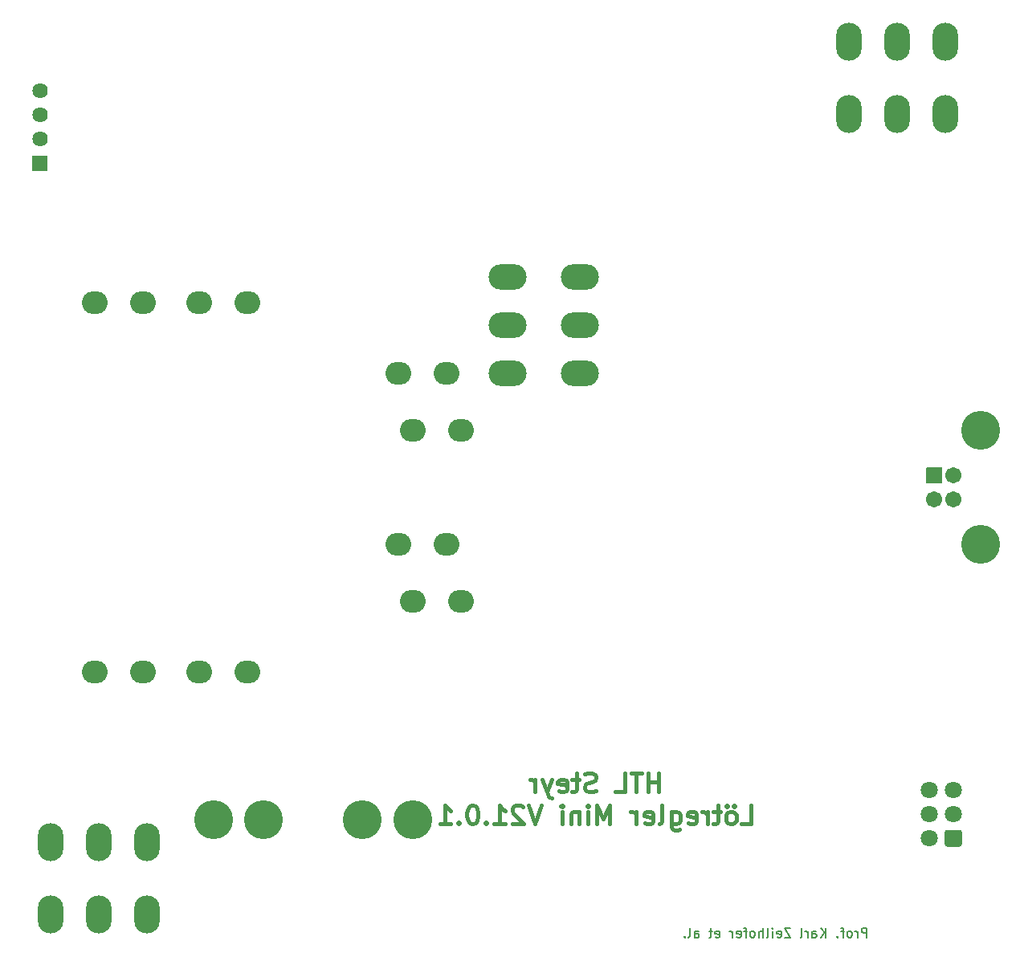
<source format=gbr>
%TF.GenerationSoftware,KiCad,Pcbnew,5.1.10-88a1d61d58~90~ubuntu20.04.1*%
%TF.CreationDate,2021-10-09T22:51:23+02:00*%
%TF.ProjectId,jbc-miniregler,6a62632d-6d69-46e6-9972-65676c65722e,21.0.1*%
%TF.SameCoordinates,PX56c8cc0PY88601c0*%
%TF.FileFunction,Soldermask,Bot*%
%TF.FilePolarity,Negative*%
%FSLAX46Y46*%
G04 Gerber Fmt 4.6, Leading zero omitted, Abs format (unit mm)*
G04 Created by KiCad (PCBNEW 5.1.10-88a1d61d58~90~ubuntu20.04.1) date 2021-10-09 22:51:23*
%MOMM*%
%LPD*%
G01*
G04 APERTURE LIST*
%ADD10C,0.150000*%
%ADD11C,0.400000*%
%ADD12O,2.702000X2.402000*%
%ADD13C,1.626000*%
%ADD14O,2.702000X4.002000*%
%ADD15O,4.002000X2.702000*%
%ADD16C,1.702000*%
%ADD17C,4.102000*%
%ADD18C,1.802000*%
G04 APERTURE END LIST*
D10*
X91895238Y2547620D02*
X91895238Y3547620D01*
X91514285Y3547620D01*
X91419047Y3500000D01*
X91371428Y3452381D01*
X91323809Y3357143D01*
X91323809Y3214286D01*
X91371428Y3119048D01*
X91419047Y3071429D01*
X91514285Y3023810D01*
X91895238Y3023810D01*
X90895238Y2547620D02*
X90895238Y3214286D01*
X90895238Y3023810D02*
X90847619Y3119048D01*
X90800000Y3166667D01*
X90704761Y3214286D01*
X90609523Y3214286D01*
X90133333Y2547620D02*
X90228571Y2595239D01*
X90276190Y2642858D01*
X90323809Y2738096D01*
X90323809Y3023810D01*
X90276190Y3119048D01*
X90228571Y3166667D01*
X90133333Y3214286D01*
X89990476Y3214286D01*
X89895238Y3166667D01*
X89847619Y3119048D01*
X89800000Y3023810D01*
X89800000Y2738096D01*
X89847619Y2642858D01*
X89895238Y2595239D01*
X89990476Y2547620D01*
X90133333Y2547620D01*
X89514285Y3214286D02*
X89133333Y3214286D01*
X89371428Y2547620D02*
X89371428Y3404762D01*
X89323809Y3500000D01*
X89228571Y3547620D01*
X89133333Y3547620D01*
X88800000Y2642858D02*
X88752380Y2595239D01*
X88800000Y2547620D01*
X88847619Y2595239D01*
X88800000Y2642858D01*
X88800000Y2547620D01*
X87561904Y2547620D02*
X87561904Y3547620D01*
X86990476Y2547620D02*
X87419047Y3119048D01*
X86990476Y3547620D02*
X87561904Y2976191D01*
X86133333Y2547620D02*
X86133333Y3071429D01*
X86180952Y3166667D01*
X86276190Y3214286D01*
X86466666Y3214286D01*
X86561904Y3166667D01*
X86133333Y2595239D02*
X86228571Y2547620D01*
X86466666Y2547620D01*
X86561904Y2595239D01*
X86609523Y2690477D01*
X86609523Y2785715D01*
X86561904Y2880953D01*
X86466666Y2928572D01*
X86228571Y2928572D01*
X86133333Y2976191D01*
X85657142Y2547620D02*
X85657142Y3214286D01*
X85657142Y3023810D02*
X85609523Y3119048D01*
X85561904Y3166667D01*
X85466666Y3214286D01*
X85371428Y3214286D01*
X84895238Y2547620D02*
X84990476Y2595239D01*
X85038095Y2690477D01*
X85038095Y3547620D01*
X83847619Y3547620D02*
X83180952Y3547620D01*
X83847619Y2547620D01*
X83180952Y2547620D01*
X82419047Y2595239D02*
X82514285Y2547620D01*
X82704761Y2547620D01*
X82800000Y2595239D01*
X82847619Y2690477D01*
X82847619Y3071429D01*
X82800000Y3166667D01*
X82704761Y3214286D01*
X82514285Y3214286D01*
X82419047Y3166667D01*
X82371428Y3071429D01*
X82371428Y2976191D01*
X82847619Y2880953D01*
X81942857Y2547620D02*
X81942857Y3214286D01*
X81942857Y3547620D02*
X81990476Y3500000D01*
X81942857Y3452381D01*
X81895238Y3500000D01*
X81942857Y3547620D01*
X81942857Y3452381D01*
X81323809Y2547620D02*
X81419047Y2595239D01*
X81466666Y2690477D01*
X81466666Y3547620D01*
X80942857Y2547620D02*
X80942857Y3547620D01*
X80514285Y2547620D02*
X80514285Y3071429D01*
X80561904Y3166667D01*
X80657142Y3214286D01*
X80800000Y3214286D01*
X80895238Y3166667D01*
X80942857Y3119048D01*
X79895238Y2547620D02*
X79990476Y2595239D01*
X80038095Y2642858D01*
X80085714Y2738096D01*
X80085714Y3023810D01*
X80038095Y3119048D01*
X79990476Y3166667D01*
X79895238Y3214286D01*
X79752380Y3214286D01*
X79657142Y3166667D01*
X79609523Y3119048D01*
X79561904Y3023810D01*
X79561904Y2738096D01*
X79609523Y2642858D01*
X79657142Y2595239D01*
X79752380Y2547620D01*
X79895238Y2547620D01*
X79276190Y3214286D02*
X78895238Y3214286D01*
X79133333Y2547620D02*
X79133333Y3404762D01*
X79085714Y3500000D01*
X78990476Y3547620D01*
X78895238Y3547620D01*
X78180952Y2595239D02*
X78276190Y2547620D01*
X78466666Y2547620D01*
X78561904Y2595239D01*
X78609523Y2690477D01*
X78609523Y3071429D01*
X78561904Y3166667D01*
X78466666Y3214286D01*
X78276190Y3214286D01*
X78180952Y3166667D01*
X78133333Y3071429D01*
X78133333Y2976191D01*
X78609523Y2880953D01*
X77704761Y2547620D02*
X77704761Y3214286D01*
X77704761Y3023810D02*
X77657142Y3119048D01*
X77609523Y3166667D01*
X77514285Y3214286D01*
X77419047Y3214286D01*
X75942857Y2595239D02*
X76038095Y2547620D01*
X76228571Y2547620D01*
X76323809Y2595239D01*
X76371428Y2690477D01*
X76371428Y3071429D01*
X76323809Y3166667D01*
X76228571Y3214286D01*
X76038095Y3214286D01*
X75942857Y3166667D01*
X75895238Y3071429D01*
X75895238Y2976191D01*
X76371428Y2880953D01*
X75609523Y3214286D02*
X75228571Y3214286D01*
X75466666Y3547620D02*
X75466666Y2690477D01*
X75419047Y2595239D01*
X75323809Y2547620D01*
X75228571Y2547620D01*
X73704761Y2547620D02*
X73704761Y3071429D01*
X73752380Y3166667D01*
X73847619Y3214286D01*
X74038095Y3214286D01*
X74133333Y3166667D01*
X73704761Y2595239D02*
X73800000Y2547620D01*
X74038095Y2547620D01*
X74133333Y2595239D01*
X74180952Y2690477D01*
X74180952Y2785715D01*
X74133333Y2880953D01*
X74038095Y2928572D01*
X73800000Y2928572D01*
X73704761Y2976191D01*
X73085714Y2547620D02*
X73180952Y2595239D01*
X73228571Y2690477D01*
X73228571Y3547620D01*
X72704761Y2642858D02*
X72657142Y2595239D01*
X72704761Y2547620D01*
X72752380Y2595239D01*
X72704761Y2642858D01*
X72704761Y2547620D01*
D11*
X69966666Y17895239D02*
X69966666Y19895239D01*
X69966666Y18942858D02*
X68823809Y18942858D01*
X68823809Y17895239D02*
X68823809Y19895239D01*
X68157142Y19895239D02*
X67014285Y19895239D01*
X67585714Y17895239D02*
X67585714Y19895239D01*
X65395238Y17895239D02*
X66347619Y17895239D01*
X66347619Y19895239D01*
X63300000Y17990477D02*
X63014285Y17895239D01*
X62538095Y17895239D01*
X62347619Y17990477D01*
X62252380Y18085715D01*
X62157142Y18276191D01*
X62157142Y18466667D01*
X62252380Y18657143D01*
X62347619Y18752381D01*
X62538095Y18847620D01*
X62919047Y18942858D01*
X63109523Y19038096D01*
X63204761Y19133334D01*
X63300000Y19323810D01*
X63300000Y19514286D01*
X63204761Y19704762D01*
X63109523Y19800000D01*
X62919047Y19895239D01*
X62442857Y19895239D01*
X62157142Y19800000D01*
X61585714Y19228572D02*
X60823809Y19228572D01*
X61300000Y19895239D02*
X61300000Y18180953D01*
X61204761Y17990477D01*
X61014285Y17895239D01*
X60823809Y17895239D01*
X59395238Y17990477D02*
X59585714Y17895239D01*
X59966666Y17895239D01*
X60157142Y17990477D01*
X60252380Y18180953D01*
X60252380Y18942858D01*
X60157142Y19133334D01*
X59966666Y19228572D01*
X59585714Y19228572D01*
X59395238Y19133334D01*
X59300000Y18942858D01*
X59300000Y18752381D01*
X60252380Y18561905D01*
X58633333Y19228572D02*
X58157142Y17895239D01*
X57680952Y19228572D02*
X58157142Y17895239D01*
X58347619Y17419048D01*
X58442857Y17323810D01*
X58633333Y17228572D01*
X56919047Y17895239D02*
X56919047Y19228572D01*
X56919047Y18847620D02*
X56823809Y19038096D01*
X56728571Y19133334D01*
X56538095Y19228572D01*
X56347619Y19228572D01*
X78680952Y14495239D02*
X79633333Y14495239D01*
X79633333Y16495239D01*
X77728571Y14495239D02*
X77919047Y14590477D01*
X78014285Y14685715D01*
X78109523Y14876191D01*
X78109523Y15447620D01*
X78014285Y15638096D01*
X77919047Y15733334D01*
X77728571Y15828572D01*
X77442857Y15828572D01*
X77252380Y15733334D01*
X77157142Y15638096D01*
X77061904Y15447620D01*
X77061904Y14876191D01*
X77157142Y14685715D01*
X77252380Y14590477D01*
X77442857Y14495239D01*
X77728571Y14495239D01*
X77919047Y16495239D02*
X77823809Y16400000D01*
X77919047Y16304762D01*
X78014285Y16400000D01*
X77919047Y16495239D01*
X77919047Y16304762D01*
X77157142Y16495239D02*
X77061904Y16400000D01*
X77157142Y16304762D01*
X77252380Y16400000D01*
X77157142Y16495239D01*
X77157142Y16304762D01*
X76490476Y15828572D02*
X75728571Y15828572D01*
X76204761Y16495239D02*
X76204761Y14780953D01*
X76109523Y14590477D01*
X75919047Y14495239D01*
X75728571Y14495239D01*
X75061904Y14495239D02*
X75061904Y15828572D01*
X75061904Y15447620D02*
X74966666Y15638096D01*
X74871428Y15733334D01*
X74680952Y15828572D01*
X74490476Y15828572D01*
X73061904Y14590477D02*
X73252380Y14495239D01*
X73633333Y14495239D01*
X73823809Y14590477D01*
X73919047Y14780953D01*
X73919047Y15542858D01*
X73823809Y15733334D01*
X73633333Y15828572D01*
X73252380Y15828572D01*
X73061904Y15733334D01*
X72966666Y15542858D01*
X72966666Y15352381D01*
X73919047Y15161905D01*
X71252380Y15828572D02*
X71252380Y14209524D01*
X71347619Y14019048D01*
X71442857Y13923810D01*
X71633333Y13828572D01*
X71919047Y13828572D01*
X72109523Y13923810D01*
X71252380Y14590477D02*
X71442857Y14495239D01*
X71823809Y14495239D01*
X72014285Y14590477D01*
X72109523Y14685715D01*
X72204761Y14876191D01*
X72204761Y15447620D01*
X72109523Y15638096D01*
X72014285Y15733334D01*
X71823809Y15828572D01*
X71442857Y15828572D01*
X71252380Y15733334D01*
X70014285Y14495239D02*
X70204761Y14590477D01*
X70300000Y14780953D01*
X70300000Y16495239D01*
X68490476Y14590477D02*
X68680952Y14495239D01*
X69061904Y14495239D01*
X69252380Y14590477D01*
X69347619Y14780953D01*
X69347619Y15542858D01*
X69252380Y15733334D01*
X69061904Y15828572D01*
X68680952Y15828572D01*
X68490476Y15733334D01*
X68395238Y15542858D01*
X68395238Y15352381D01*
X69347619Y15161905D01*
X67538095Y14495239D02*
X67538095Y15828572D01*
X67538095Y15447620D02*
X67442857Y15638096D01*
X67347619Y15733334D01*
X67157142Y15828572D01*
X66966666Y15828572D01*
X64776190Y14495239D02*
X64776190Y16495239D01*
X64109523Y15066667D01*
X63442857Y16495239D01*
X63442857Y14495239D01*
X62490476Y14495239D02*
X62490476Y15828572D01*
X62490476Y16495239D02*
X62585714Y16400000D01*
X62490476Y16304762D01*
X62395238Y16400000D01*
X62490476Y16495239D01*
X62490476Y16304762D01*
X61538095Y15828572D02*
X61538095Y14495239D01*
X61538095Y15638096D02*
X61442857Y15733334D01*
X61252380Y15828572D01*
X60966666Y15828572D01*
X60776190Y15733334D01*
X60680952Y15542858D01*
X60680952Y14495239D01*
X59728571Y14495239D02*
X59728571Y15828572D01*
X59728571Y16495239D02*
X59823809Y16400000D01*
X59728571Y16304762D01*
X59633333Y16400000D01*
X59728571Y16495239D01*
X59728571Y16304762D01*
X57538095Y16495239D02*
X56871428Y14495239D01*
X56204761Y16495239D01*
X55633333Y16304762D02*
X55538095Y16400000D01*
X55347619Y16495239D01*
X54871428Y16495239D01*
X54680952Y16400000D01*
X54585714Y16304762D01*
X54490476Y16114286D01*
X54490476Y15923810D01*
X54585714Y15638096D01*
X55728571Y14495239D01*
X54490476Y14495239D01*
X52585714Y14495239D02*
X53728571Y14495239D01*
X53157142Y14495239D02*
X53157142Y16495239D01*
X53347619Y16209524D01*
X53538095Y16019048D01*
X53728571Y15923810D01*
X51728571Y14685715D02*
X51633333Y14590477D01*
X51728571Y14495239D01*
X51823809Y14590477D01*
X51728571Y14685715D01*
X51728571Y14495239D01*
X50395238Y16495239D02*
X50204761Y16495239D01*
X50014285Y16400000D01*
X49919047Y16304762D01*
X49823809Y16114286D01*
X49728571Y15733334D01*
X49728571Y15257143D01*
X49823809Y14876191D01*
X49919047Y14685715D01*
X50014285Y14590477D01*
X50204761Y14495239D01*
X50395238Y14495239D01*
X50585714Y14590477D01*
X50680952Y14685715D01*
X50776190Y14876191D01*
X50871428Y15257143D01*
X50871428Y15733334D01*
X50776190Y16114286D01*
X50680952Y16304762D01*
X50585714Y16400000D01*
X50395238Y16495239D01*
X48871428Y14685715D02*
X48776190Y14590477D01*
X48871428Y14495239D01*
X48966666Y14590477D01*
X48871428Y14685715D01*
X48871428Y14495239D01*
X46871428Y14495239D02*
X48014285Y14495239D01*
X47442857Y14495239D02*
X47442857Y16495239D01*
X47633333Y16209524D01*
X47823809Y16019048D01*
X48014285Y15923810D01*
D10*
X91895238Y2547620D02*
X91895238Y3547620D01*
X91514285Y3547620D01*
X91419047Y3500000D01*
X91371428Y3452381D01*
X91323809Y3357143D01*
X91323809Y3214286D01*
X91371428Y3119048D01*
X91419047Y3071429D01*
X91514285Y3023810D01*
X91895238Y3023810D01*
X90895238Y2547620D02*
X90895238Y3214286D01*
X90895238Y3023810D02*
X90847619Y3119048D01*
X90800000Y3166667D01*
X90704761Y3214286D01*
X90609523Y3214286D01*
X90133333Y2547620D02*
X90228571Y2595239D01*
X90276190Y2642858D01*
X90323809Y2738096D01*
X90323809Y3023810D01*
X90276190Y3119048D01*
X90228571Y3166667D01*
X90133333Y3214286D01*
X89990476Y3214286D01*
X89895238Y3166667D01*
X89847619Y3119048D01*
X89800000Y3023810D01*
X89800000Y2738096D01*
X89847619Y2642858D01*
X89895238Y2595239D01*
X89990476Y2547620D01*
X90133333Y2547620D01*
X89514285Y3214286D02*
X89133333Y3214286D01*
X89371428Y2547620D02*
X89371428Y3404762D01*
X89323809Y3500000D01*
X89228571Y3547620D01*
X89133333Y3547620D01*
X88800000Y2642858D02*
X88752380Y2595239D01*
X88800000Y2547620D01*
X88847619Y2595239D01*
X88800000Y2642858D01*
X88800000Y2547620D01*
X87561904Y2547620D02*
X87561904Y3547620D01*
X86990476Y2547620D02*
X87419047Y3119048D01*
X86990476Y3547620D02*
X87561904Y2976191D01*
X86133333Y2547620D02*
X86133333Y3071429D01*
X86180952Y3166667D01*
X86276190Y3214286D01*
X86466666Y3214286D01*
X86561904Y3166667D01*
X86133333Y2595239D02*
X86228571Y2547620D01*
X86466666Y2547620D01*
X86561904Y2595239D01*
X86609523Y2690477D01*
X86609523Y2785715D01*
X86561904Y2880953D01*
X86466666Y2928572D01*
X86228571Y2928572D01*
X86133333Y2976191D01*
X85657142Y2547620D02*
X85657142Y3214286D01*
X85657142Y3023810D02*
X85609523Y3119048D01*
X85561904Y3166667D01*
X85466666Y3214286D01*
X85371428Y3214286D01*
X84895238Y2547620D02*
X84990476Y2595239D01*
X85038095Y2690477D01*
X85038095Y3547620D01*
X83847619Y3547620D02*
X83180952Y3547620D01*
X83847619Y2547620D01*
X83180952Y2547620D01*
X82419047Y2595239D02*
X82514285Y2547620D01*
X82704761Y2547620D01*
X82800000Y2595239D01*
X82847619Y2690477D01*
X82847619Y3071429D01*
X82800000Y3166667D01*
X82704761Y3214286D01*
X82514285Y3214286D01*
X82419047Y3166667D01*
X82371428Y3071429D01*
X82371428Y2976191D01*
X82847619Y2880953D01*
X81942857Y2547620D02*
X81942857Y3214286D01*
X81942857Y3547620D02*
X81990476Y3500000D01*
X81942857Y3452381D01*
X81895238Y3500000D01*
X81942857Y3547620D01*
X81942857Y3452381D01*
X81323809Y2547620D02*
X81419047Y2595239D01*
X81466666Y2690477D01*
X81466666Y3547620D01*
X80942857Y2547620D02*
X80942857Y3547620D01*
X80514285Y2547620D02*
X80514285Y3071429D01*
X80561904Y3166667D01*
X80657142Y3214286D01*
X80800000Y3214286D01*
X80895238Y3166667D01*
X80942857Y3119048D01*
X79895238Y2547620D02*
X79990476Y2595239D01*
X80038095Y2642858D01*
X80085714Y2738096D01*
X80085714Y3023810D01*
X80038095Y3119048D01*
X79990476Y3166667D01*
X79895238Y3214286D01*
X79752380Y3214286D01*
X79657142Y3166667D01*
X79609523Y3119048D01*
X79561904Y3023810D01*
X79561904Y2738096D01*
X79609523Y2642858D01*
X79657142Y2595239D01*
X79752380Y2547620D01*
X79895238Y2547620D01*
X79276190Y3214286D02*
X78895238Y3214286D01*
X79133333Y2547620D02*
X79133333Y3404762D01*
X79085714Y3500000D01*
X78990476Y3547620D01*
X78895238Y3547620D01*
X78180952Y2595239D02*
X78276190Y2547620D01*
X78466666Y2547620D01*
X78561904Y2595239D01*
X78609523Y2690477D01*
X78609523Y3071429D01*
X78561904Y3166667D01*
X78466666Y3214286D01*
X78276190Y3214286D01*
X78180952Y3166667D01*
X78133333Y3071429D01*
X78133333Y2976191D01*
X78609523Y2880953D01*
X77704761Y2547620D02*
X77704761Y3214286D01*
X77704761Y3023810D02*
X77657142Y3119048D01*
X77609523Y3166667D01*
X77514285Y3214286D01*
X77419047Y3214286D01*
X75942857Y2595239D02*
X76038095Y2547620D01*
X76228571Y2547620D01*
X76323809Y2595239D01*
X76371428Y2690477D01*
X76371428Y3071429D01*
X76323809Y3166667D01*
X76228571Y3214286D01*
X76038095Y3214286D01*
X75942857Y3166667D01*
X75895238Y3071429D01*
X75895238Y2976191D01*
X76371428Y2880953D01*
X75609523Y3214286D02*
X75228571Y3214286D01*
X75466666Y3547620D02*
X75466666Y2690477D01*
X75419047Y2595239D01*
X75323809Y2547620D01*
X75228571Y2547620D01*
X73704761Y2547620D02*
X73704761Y3071429D01*
X73752380Y3166667D01*
X73847619Y3214286D01*
X74038095Y3214286D01*
X74133333Y3166667D01*
X73704761Y2595239D02*
X73800000Y2547620D01*
X74038095Y2547620D01*
X74133333Y2595239D01*
X74180952Y2690477D01*
X74180952Y2785715D01*
X74133333Y2880953D01*
X74038095Y2928572D01*
X73800000Y2928572D01*
X73704761Y2976191D01*
X73085714Y2547620D02*
X73180952Y2595239D01*
X73228571Y2690477D01*
X73228571Y3547620D01*
X72704761Y2642858D02*
X72657142Y2595239D01*
X72704761Y2547620D01*
X72752380Y2595239D01*
X72704761Y2642858D01*
X72704761Y2547620D01*
D11*
X69966666Y17895239D02*
X69966666Y19895239D01*
X69966666Y18942858D02*
X68823809Y18942858D01*
X68823809Y17895239D02*
X68823809Y19895239D01*
X68157142Y19895239D02*
X67014285Y19895239D01*
X67585714Y17895239D02*
X67585714Y19895239D01*
X65395238Y17895239D02*
X66347619Y17895239D01*
X66347619Y19895239D01*
X63300000Y17990477D02*
X63014285Y17895239D01*
X62538095Y17895239D01*
X62347619Y17990477D01*
X62252380Y18085715D01*
X62157142Y18276191D01*
X62157142Y18466667D01*
X62252380Y18657143D01*
X62347619Y18752381D01*
X62538095Y18847620D01*
X62919047Y18942858D01*
X63109523Y19038096D01*
X63204761Y19133334D01*
X63300000Y19323810D01*
X63300000Y19514286D01*
X63204761Y19704762D01*
X63109523Y19800000D01*
X62919047Y19895239D01*
X62442857Y19895239D01*
X62157142Y19800000D01*
X61585714Y19228572D02*
X60823809Y19228572D01*
X61300000Y19895239D02*
X61300000Y18180953D01*
X61204761Y17990477D01*
X61014285Y17895239D01*
X60823809Y17895239D01*
X59395238Y17990477D02*
X59585714Y17895239D01*
X59966666Y17895239D01*
X60157142Y17990477D01*
X60252380Y18180953D01*
X60252380Y18942858D01*
X60157142Y19133334D01*
X59966666Y19228572D01*
X59585714Y19228572D01*
X59395238Y19133334D01*
X59300000Y18942858D01*
X59300000Y18752381D01*
X60252380Y18561905D01*
X58633333Y19228572D02*
X58157142Y17895239D01*
X57680952Y19228572D02*
X58157142Y17895239D01*
X58347619Y17419048D01*
X58442857Y17323810D01*
X58633333Y17228572D01*
X56919047Y17895239D02*
X56919047Y19228572D01*
X56919047Y18847620D02*
X56823809Y19038096D01*
X56728571Y19133334D01*
X56538095Y19228572D01*
X56347619Y19228572D01*
X78680952Y14495239D02*
X79633333Y14495239D01*
X79633333Y16495239D01*
X77728571Y14495239D02*
X77919047Y14590477D01*
X78014285Y14685715D01*
X78109523Y14876191D01*
X78109523Y15447620D01*
X78014285Y15638096D01*
X77919047Y15733334D01*
X77728571Y15828572D01*
X77442857Y15828572D01*
X77252380Y15733334D01*
X77157142Y15638096D01*
X77061904Y15447620D01*
X77061904Y14876191D01*
X77157142Y14685715D01*
X77252380Y14590477D01*
X77442857Y14495239D01*
X77728571Y14495239D01*
X77919047Y16495239D02*
X77823809Y16400000D01*
X77919047Y16304762D01*
X78014285Y16400000D01*
X77919047Y16495239D01*
X77919047Y16304762D01*
X77157142Y16495239D02*
X77061904Y16400000D01*
X77157142Y16304762D01*
X77252380Y16400000D01*
X77157142Y16495239D01*
X77157142Y16304762D01*
X76490476Y15828572D02*
X75728571Y15828572D01*
X76204761Y16495239D02*
X76204761Y14780953D01*
X76109523Y14590477D01*
X75919047Y14495239D01*
X75728571Y14495239D01*
X75061904Y14495239D02*
X75061904Y15828572D01*
X75061904Y15447620D02*
X74966666Y15638096D01*
X74871428Y15733334D01*
X74680952Y15828572D01*
X74490476Y15828572D01*
X73061904Y14590477D02*
X73252380Y14495239D01*
X73633333Y14495239D01*
X73823809Y14590477D01*
X73919047Y14780953D01*
X73919047Y15542858D01*
X73823809Y15733334D01*
X73633333Y15828572D01*
X73252380Y15828572D01*
X73061904Y15733334D01*
X72966666Y15542858D01*
X72966666Y15352381D01*
X73919047Y15161905D01*
X71252380Y15828572D02*
X71252380Y14209524D01*
X71347619Y14019048D01*
X71442857Y13923810D01*
X71633333Y13828572D01*
X71919047Y13828572D01*
X72109523Y13923810D01*
X71252380Y14590477D02*
X71442857Y14495239D01*
X71823809Y14495239D01*
X72014285Y14590477D01*
X72109523Y14685715D01*
X72204761Y14876191D01*
X72204761Y15447620D01*
X72109523Y15638096D01*
X72014285Y15733334D01*
X71823809Y15828572D01*
X71442857Y15828572D01*
X71252380Y15733334D01*
X70014285Y14495239D02*
X70204761Y14590477D01*
X70300000Y14780953D01*
X70300000Y16495239D01*
X68490476Y14590477D02*
X68680952Y14495239D01*
X69061904Y14495239D01*
X69252380Y14590477D01*
X69347619Y14780953D01*
X69347619Y15542858D01*
X69252380Y15733334D01*
X69061904Y15828572D01*
X68680952Y15828572D01*
X68490476Y15733334D01*
X68395238Y15542858D01*
X68395238Y15352381D01*
X69347619Y15161905D01*
X67538095Y14495239D02*
X67538095Y15828572D01*
X67538095Y15447620D02*
X67442857Y15638096D01*
X67347619Y15733334D01*
X67157142Y15828572D01*
X66966666Y15828572D01*
X64776190Y14495239D02*
X64776190Y16495239D01*
X64109523Y15066667D01*
X63442857Y16495239D01*
X63442857Y14495239D01*
X62490476Y14495239D02*
X62490476Y15828572D01*
X62490476Y16495239D02*
X62585714Y16400000D01*
X62490476Y16304762D01*
X62395238Y16400000D01*
X62490476Y16495239D01*
X62490476Y16304762D01*
X61538095Y15828572D02*
X61538095Y14495239D01*
X61538095Y15638096D02*
X61442857Y15733334D01*
X61252380Y15828572D01*
X60966666Y15828572D01*
X60776190Y15733334D01*
X60680952Y15542858D01*
X60680952Y14495239D01*
X59728571Y14495239D02*
X59728571Y15828572D01*
X59728571Y16495239D02*
X59823809Y16400000D01*
X59728571Y16304762D01*
X59633333Y16400000D01*
X59728571Y16495239D01*
X59728571Y16304762D01*
X57538095Y16495239D02*
X56871428Y14495239D01*
X56204761Y16495239D01*
X55633333Y16304762D02*
X55538095Y16400000D01*
X55347619Y16495239D01*
X54871428Y16495239D01*
X54680952Y16400000D01*
X54585714Y16304762D01*
X54490476Y16114286D01*
X54490476Y15923810D01*
X54585714Y15638096D01*
X55728571Y14495239D01*
X54490476Y14495239D01*
X52585714Y14495239D02*
X53728571Y14495239D01*
X53157142Y14495239D02*
X53157142Y16495239D01*
X53347619Y16209524D01*
X53538095Y16019048D01*
X53728571Y15923810D01*
X51728571Y14685715D02*
X51633333Y14590477D01*
X51728571Y14495239D01*
X51823809Y14590477D01*
X51728571Y14685715D01*
X51728571Y14495239D01*
X50395238Y16495239D02*
X50204761Y16495239D01*
X50014285Y16400000D01*
X49919047Y16304762D01*
X49823809Y16114286D01*
X49728571Y15733334D01*
X49728571Y15257143D01*
X49823809Y14876191D01*
X49919047Y14685715D01*
X50014285Y14590477D01*
X50204761Y14495239D01*
X50395238Y14495239D01*
X50585714Y14590477D01*
X50680952Y14685715D01*
X50776190Y14876191D01*
X50871428Y15257143D01*
X50871428Y15733334D01*
X50776190Y16114286D01*
X50680952Y16304762D01*
X50585714Y16400000D01*
X50395238Y16495239D01*
X48871428Y14685715D02*
X48776190Y14590477D01*
X48871428Y14495239D01*
X48966666Y14590477D01*
X48871428Y14685715D01*
X48871428Y14495239D01*
X46871428Y14495239D02*
X48014285Y14495239D01*
X47442857Y14495239D02*
X47442857Y16495239D01*
X47633333Y16209524D01*
X47823809Y16019048D01*
X48014285Y15923810D01*
D12*
%TO.C,J6*%
X42500000Y62000000D03*
X47580000Y62000000D03*
%TD*%
%TO.C,J2*%
X21500000Y69500000D03*
X26580000Y69500000D03*
%TD*%
%TO.C,J1*%
X21500000Y30500000D03*
X26580000Y30500000D03*
%TD*%
%TO.C,J13*%
X44000000Y38000000D03*
X49080000Y38000000D03*
%TD*%
%TO.C,J12*%
X42500000Y44000000D03*
X47580000Y44000000D03*
%TD*%
%TO.C,J10*%
X10500000Y69500000D03*
X15580000Y69500000D03*
%TD*%
%TO.C,J8*%
X10500000Y30500000D03*
X15580000Y30500000D03*
%TD*%
%TO.C,J7*%
X44000000Y56000000D03*
X49080000Y56000000D03*
%TD*%
D13*
%TO.C,U1*%
X4700000Y91820000D03*
X4700000Y89280000D03*
X4700000Y86740000D03*
G36*
G01*
X3887000Y83438000D02*
X3887000Y84962000D01*
G75*
G02*
X3938000Y85013000I51000J0D01*
G01*
X5462000Y85013000D01*
G75*
G02*
X5513000Y84962000I0J-51000D01*
G01*
X5513000Y83438000D01*
G75*
G02*
X5462000Y83387000I-51000J0D01*
G01*
X3938000Y83387000D01*
G75*
G02*
X3887000Y83438000I0J51000D01*
G01*
G37*
%TD*%
D14*
%TO.C,X3*%
X16000000Y5000000D03*
X10920000Y5000000D03*
X5840000Y5000000D03*
X16000000Y12620000D03*
X10920000Y12620000D03*
X5840000Y12620000D03*
%TD*%
%TO.C,X2*%
X90000000Y97000000D03*
X95080000Y97000000D03*
X100160000Y97000000D03*
X90000000Y89380000D03*
X95080000Y89380000D03*
X100160000Y89380000D03*
%TD*%
D15*
%TO.C,X1*%
X54000000Y62000000D03*
X54000000Y67080000D03*
X54000000Y72160000D03*
X61620000Y62000000D03*
X61620000Y67080000D03*
X61620000Y72160000D03*
%TD*%
%TO.C,J4*%
G36*
G01*
X99800000Y50419000D02*
X98200000Y50419000D01*
G75*
G02*
X98149000Y50470000I0J51000D01*
G01*
X98149000Y52070000D01*
G75*
G02*
X98200000Y52121000I51000J0D01*
G01*
X99800000Y52121000D01*
G75*
G02*
X99851000Y52070000I0J-51000D01*
G01*
X99851000Y50470000D01*
G75*
G02*
X99800000Y50419000I-51000J0D01*
G01*
G37*
D16*
X99000000Y48770000D03*
X101000000Y48770000D03*
X101000000Y51270000D03*
D17*
X103860000Y44020000D03*
X103860000Y56020000D03*
%TD*%
D18*
%TO.C,J5*%
X98460000Y18080000D03*
X98460000Y15540000D03*
X98460000Y13000000D03*
X101000000Y18080000D03*
X101000000Y15540000D03*
G36*
G01*
X101901000Y13636000D02*
X101901000Y12364000D01*
G75*
G02*
X101636000Y12099000I-265000J0D01*
G01*
X100364000Y12099000D01*
G75*
G02*
X100099000Y12364000I0J265000D01*
G01*
X100099000Y13636000D01*
G75*
G02*
X100364000Y13901000I265000J0D01*
G01*
X101636000Y13901000D01*
G75*
G02*
X101901000Y13636000I0J-265000D01*
G01*
G37*
%TD*%
D17*
%TO.C,F1*%
X23000000Y15000000D03*
X28300000Y15000000D03*
X38700000Y15000000D03*
X44000000Y15000000D03*
%TD*%
M02*

</source>
